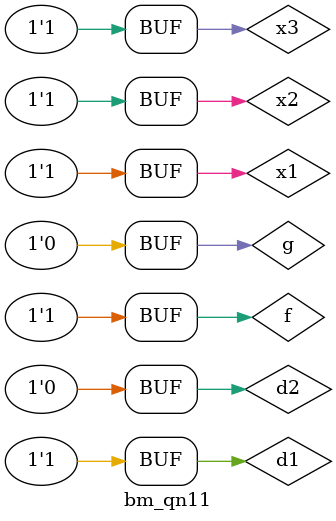
<source format=v>
`timescale 1ns / 1ps
`timescale 1ns/1ps
// 
//////////////////////////////////////////////////////////////////////////////////


module bm_qn11();
reg x3,x2,x1;
 reg f,g;
 reg d1,d2;
always @(*)begin
d1 = x1 & x2;
    d2 = ~(x3 | d1);
    f  = d1;
    g  = d2;

end
initial begin
x3=0;x2=0;x1=0;
#4
x3=0;x2=0;x1=1;
#4
x3=0;x2=1;x1=0;
#4
x3=0;x2=1;x1=1;
#4
x3=1;x2=0;x1=0;
#4
x3=1;x2=0;x1=1;
#4
x3=1;x2=1;x1=0;
#4
x3=1;x2=1;x1=1;


end
endmodule

</source>
